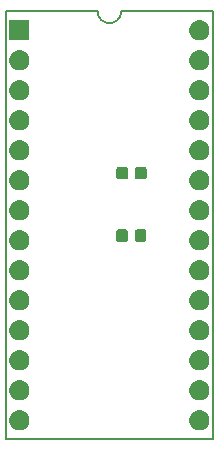
<source format=gbr>
G04 #@! TF.GenerationSoftware,KiCad,Pcbnew,5.0.2+dfsg1-1*
G04 #@! TF.CreationDate,2021-06-16T12:20:31+01:00*
G04 #@! TF.ProjectId,SE PLCC ROM,53452050-4c43-4432-9052-4f4d2e6b6963,rev?*
G04 #@! TF.SameCoordinates,Original*
G04 #@! TF.FileFunction,Soldermask,Bot*
G04 #@! TF.FilePolarity,Negative*
%FSLAX46Y46*%
G04 Gerber Fmt 4.6, Leading zero omitted, Abs format (unit mm)*
G04 Created by KiCad (PCBNEW 5.0.2+dfsg1-1) date Wed 16 Jun 2021 12:20:31 BST*
%MOMM*%
%LPD*%
G01*
G04 APERTURE LIST*
%ADD10C,0.150000*%
%ADD11C,0.100000*%
G04 APERTURE END LIST*
D10*
X132400000Y-65450000D02*
G75*
G02X130400000Y-65450000I-1000000J0D01*
G01*
X140150000Y-65450000D02*
X132450000Y-65450000D01*
X122650000Y-65450000D02*
X130350000Y-65450000D01*
X122650000Y-65450000D02*
X122650000Y-101700000D01*
X140150000Y-101700000D02*
X122650000Y-101700000D01*
X140150000Y-65450000D02*
X140150000Y-101700000D01*
D11*
G36*
X139181822Y-99256314D02*
X139181825Y-99256315D01*
X139181826Y-99256315D01*
X139342240Y-99304976D01*
X139342242Y-99304977D01*
X139342245Y-99304978D01*
X139490079Y-99383996D01*
X139619660Y-99490342D01*
X139726006Y-99619923D01*
X139805024Y-99767757D01*
X139853688Y-99928180D01*
X139870118Y-100095001D01*
X139853688Y-100261822D01*
X139805024Y-100422245D01*
X139726006Y-100570079D01*
X139619660Y-100699660D01*
X139490079Y-100806006D01*
X139342245Y-100885024D01*
X139342242Y-100885025D01*
X139342240Y-100885026D01*
X139181826Y-100933687D01*
X139181825Y-100933687D01*
X139181822Y-100933688D01*
X139056805Y-100946001D01*
X138973197Y-100946001D01*
X138848180Y-100933688D01*
X138848177Y-100933687D01*
X138848176Y-100933687D01*
X138687762Y-100885026D01*
X138687760Y-100885025D01*
X138687757Y-100885024D01*
X138539923Y-100806006D01*
X138410342Y-100699660D01*
X138303996Y-100570079D01*
X138224978Y-100422245D01*
X138176314Y-100261822D01*
X138159884Y-100095001D01*
X138176314Y-99928180D01*
X138224978Y-99767757D01*
X138303996Y-99619923D01*
X138410342Y-99490342D01*
X138539923Y-99383996D01*
X138687757Y-99304978D01*
X138687760Y-99304977D01*
X138687762Y-99304976D01*
X138848176Y-99256315D01*
X138848177Y-99256315D01*
X138848180Y-99256314D01*
X138973197Y-99244001D01*
X139056805Y-99244001D01*
X139181822Y-99256314D01*
X139181822Y-99256314D01*
G37*
G36*
X123941822Y-99256314D02*
X123941825Y-99256315D01*
X123941826Y-99256315D01*
X124102240Y-99304976D01*
X124102242Y-99304977D01*
X124102245Y-99304978D01*
X124250079Y-99383996D01*
X124379660Y-99490342D01*
X124486006Y-99619923D01*
X124565024Y-99767757D01*
X124613688Y-99928180D01*
X124630118Y-100095001D01*
X124613688Y-100261822D01*
X124565024Y-100422245D01*
X124486006Y-100570079D01*
X124379660Y-100699660D01*
X124250079Y-100806006D01*
X124102245Y-100885024D01*
X124102242Y-100885025D01*
X124102240Y-100885026D01*
X123941826Y-100933687D01*
X123941825Y-100933687D01*
X123941822Y-100933688D01*
X123816805Y-100946001D01*
X123733197Y-100946001D01*
X123608180Y-100933688D01*
X123608177Y-100933687D01*
X123608176Y-100933687D01*
X123447762Y-100885026D01*
X123447760Y-100885025D01*
X123447757Y-100885024D01*
X123299923Y-100806006D01*
X123170342Y-100699660D01*
X123063996Y-100570079D01*
X122984978Y-100422245D01*
X122936314Y-100261822D01*
X122919884Y-100095001D01*
X122936314Y-99928180D01*
X122984978Y-99767757D01*
X123063996Y-99619923D01*
X123170342Y-99490342D01*
X123299923Y-99383996D01*
X123447757Y-99304978D01*
X123447760Y-99304977D01*
X123447762Y-99304976D01*
X123608176Y-99256315D01*
X123608177Y-99256315D01*
X123608180Y-99256314D01*
X123733197Y-99244001D01*
X123816805Y-99244001D01*
X123941822Y-99256314D01*
X123941822Y-99256314D01*
G37*
G36*
X139181822Y-96716314D02*
X139181825Y-96716315D01*
X139181826Y-96716315D01*
X139342240Y-96764976D01*
X139342242Y-96764977D01*
X139342245Y-96764978D01*
X139490079Y-96843996D01*
X139619660Y-96950342D01*
X139726006Y-97079923D01*
X139805024Y-97227757D01*
X139853688Y-97388180D01*
X139870118Y-97555001D01*
X139853688Y-97721822D01*
X139805024Y-97882245D01*
X139726006Y-98030079D01*
X139619660Y-98159660D01*
X139490079Y-98266006D01*
X139342245Y-98345024D01*
X139342242Y-98345025D01*
X139342240Y-98345026D01*
X139181826Y-98393687D01*
X139181825Y-98393687D01*
X139181822Y-98393688D01*
X139056805Y-98406001D01*
X138973197Y-98406001D01*
X138848180Y-98393688D01*
X138848177Y-98393687D01*
X138848176Y-98393687D01*
X138687762Y-98345026D01*
X138687760Y-98345025D01*
X138687757Y-98345024D01*
X138539923Y-98266006D01*
X138410342Y-98159660D01*
X138303996Y-98030079D01*
X138224978Y-97882245D01*
X138176314Y-97721822D01*
X138159884Y-97555001D01*
X138176314Y-97388180D01*
X138224978Y-97227757D01*
X138303996Y-97079923D01*
X138410342Y-96950342D01*
X138539923Y-96843996D01*
X138687757Y-96764978D01*
X138687760Y-96764977D01*
X138687762Y-96764976D01*
X138848176Y-96716315D01*
X138848177Y-96716315D01*
X138848180Y-96716314D01*
X138973197Y-96704001D01*
X139056805Y-96704001D01*
X139181822Y-96716314D01*
X139181822Y-96716314D01*
G37*
G36*
X123941822Y-96716314D02*
X123941825Y-96716315D01*
X123941826Y-96716315D01*
X124102240Y-96764976D01*
X124102242Y-96764977D01*
X124102245Y-96764978D01*
X124250079Y-96843996D01*
X124379660Y-96950342D01*
X124486006Y-97079923D01*
X124565024Y-97227757D01*
X124613688Y-97388180D01*
X124630118Y-97555001D01*
X124613688Y-97721822D01*
X124565024Y-97882245D01*
X124486006Y-98030079D01*
X124379660Y-98159660D01*
X124250079Y-98266006D01*
X124102245Y-98345024D01*
X124102242Y-98345025D01*
X124102240Y-98345026D01*
X123941826Y-98393687D01*
X123941825Y-98393687D01*
X123941822Y-98393688D01*
X123816805Y-98406001D01*
X123733197Y-98406001D01*
X123608180Y-98393688D01*
X123608177Y-98393687D01*
X123608176Y-98393687D01*
X123447762Y-98345026D01*
X123447760Y-98345025D01*
X123447757Y-98345024D01*
X123299923Y-98266006D01*
X123170342Y-98159660D01*
X123063996Y-98030079D01*
X122984978Y-97882245D01*
X122936314Y-97721822D01*
X122919884Y-97555001D01*
X122936314Y-97388180D01*
X122984978Y-97227757D01*
X123063996Y-97079923D01*
X123170342Y-96950342D01*
X123299923Y-96843996D01*
X123447757Y-96764978D01*
X123447760Y-96764977D01*
X123447762Y-96764976D01*
X123608176Y-96716315D01*
X123608177Y-96716315D01*
X123608180Y-96716314D01*
X123733197Y-96704001D01*
X123816805Y-96704001D01*
X123941822Y-96716314D01*
X123941822Y-96716314D01*
G37*
G36*
X139181822Y-94176314D02*
X139181825Y-94176315D01*
X139181826Y-94176315D01*
X139342240Y-94224976D01*
X139342242Y-94224977D01*
X139342245Y-94224978D01*
X139490079Y-94303996D01*
X139619660Y-94410342D01*
X139726006Y-94539923D01*
X139805024Y-94687757D01*
X139853688Y-94848180D01*
X139870118Y-95015001D01*
X139853688Y-95181822D01*
X139805024Y-95342245D01*
X139726006Y-95490079D01*
X139619660Y-95619660D01*
X139490079Y-95726006D01*
X139342245Y-95805024D01*
X139342242Y-95805025D01*
X139342240Y-95805026D01*
X139181826Y-95853687D01*
X139181825Y-95853687D01*
X139181822Y-95853688D01*
X139056805Y-95866001D01*
X138973197Y-95866001D01*
X138848180Y-95853688D01*
X138848177Y-95853687D01*
X138848176Y-95853687D01*
X138687762Y-95805026D01*
X138687760Y-95805025D01*
X138687757Y-95805024D01*
X138539923Y-95726006D01*
X138410342Y-95619660D01*
X138303996Y-95490079D01*
X138224978Y-95342245D01*
X138176314Y-95181822D01*
X138159884Y-95015001D01*
X138176314Y-94848180D01*
X138224978Y-94687757D01*
X138303996Y-94539923D01*
X138410342Y-94410342D01*
X138539923Y-94303996D01*
X138687757Y-94224978D01*
X138687760Y-94224977D01*
X138687762Y-94224976D01*
X138848176Y-94176315D01*
X138848177Y-94176315D01*
X138848180Y-94176314D01*
X138973197Y-94164001D01*
X139056805Y-94164001D01*
X139181822Y-94176314D01*
X139181822Y-94176314D01*
G37*
G36*
X123941822Y-94176314D02*
X123941825Y-94176315D01*
X123941826Y-94176315D01*
X124102240Y-94224976D01*
X124102242Y-94224977D01*
X124102245Y-94224978D01*
X124250079Y-94303996D01*
X124379660Y-94410342D01*
X124486006Y-94539923D01*
X124565024Y-94687757D01*
X124613688Y-94848180D01*
X124630118Y-95015001D01*
X124613688Y-95181822D01*
X124565024Y-95342245D01*
X124486006Y-95490079D01*
X124379660Y-95619660D01*
X124250079Y-95726006D01*
X124102245Y-95805024D01*
X124102242Y-95805025D01*
X124102240Y-95805026D01*
X123941826Y-95853687D01*
X123941825Y-95853687D01*
X123941822Y-95853688D01*
X123816805Y-95866001D01*
X123733197Y-95866001D01*
X123608180Y-95853688D01*
X123608177Y-95853687D01*
X123608176Y-95853687D01*
X123447762Y-95805026D01*
X123447760Y-95805025D01*
X123447757Y-95805024D01*
X123299923Y-95726006D01*
X123170342Y-95619660D01*
X123063996Y-95490079D01*
X122984978Y-95342245D01*
X122936314Y-95181822D01*
X122919884Y-95015001D01*
X122936314Y-94848180D01*
X122984978Y-94687757D01*
X123063996Y-94539923D01*
X123170342Y-94410342D01*
X123299923Y-94303996D01*
X123447757Y-94224978D01*
X123447760Y-94224977D01*
X123447762Y-94224976D01*
X123608176Y-94176315D01*
X123608177Y-94176315D01*
X123608180Y-94176314D01*
X123733197Y-94164001D01*
X123816805Y-94164001D01*
X123941822Y-94176314D01*
X123941822Y-94176314D01*
G37*
G36*
X139181822Y-91636314D02*
X139181825Y-91636315D01*
X139181826Y-91636315D01*
X139342240Y-91684976D01*
X139342242Y-91684977D01*
X139342245Y-91684978D01*
X139490079Y-91763996D01*
X139619660Y-91870342D01*
X139726006Y-91999923D01*
X139805024Y-92147757D01*
X139853688Y-92308180D01*
X139870118Y-92475001D01*
X139853688Y-92641822D01*
X139805024Y-92802245D01*
X139726006Y-92950079D01*
X139619660Y-93079660D01*
X139490079Y-93186006D01*
X139342245Y-93265024D01*
X139342242Y-93265025D01*
X139342240Y-93265026D01*
X139181826Y-93313687D01*
X139181825Y-93313687D01*
X139181822Y-93313688D01*
X139056805Y-93326001D01*
X138973197Y-93326001D01*
X138848180Y-93313688D01*
X138848177Y-93313687D01*
X138848176Y-93313687D01*
X138687762Y-93265026D01*
X138687760Y-93265025D01*
X138687757Y-93265024D01*
X138539923Y-93186006D01*
X138410342Y-93079660D01*
X138303996Y-92950079D01*
X138224978Y-92802245D01*
X138176314Y-92641822D01*
X138159884Y-92475001D01*
X138176314Y-92308180D01*
X138224978Y-92147757D01*
X138303996Y-91999923D01*
X138410342Y-91870342D01*
X138539923Y-91763996D01*
X138687757Y-91684978D01*
X138687760Y-91684977D01*
X138687762Y-91684976D01*
X138848176Y-91636315D01*
X138848177Y-91636315D01*
X138848180Y-91636314D01*
X138973197Y-91624001D01*
X139056805Y-91624001D01*
X139181822Y-91636314D01*
X139181822Y-91636314D01*
G37*
G36*
X123941822Y-91636314D02*
X123941825Y-91636315D01*
X123941826Y-91636315D01*
X124102240Y-91684976D01*
X124102242Y-91684977D01*
X124102245Y-91684978D01*
X124250079Y-91763996D01*
X124379660Y-91870342D01*
X124486006Y-91999923D01*
X124565024Y-92147757D01*
X124613688Y-92308180D01*
X124630118Y-92475001D01*
X124613688Y-92641822D01*
X124565024Y-92802245D01*
X124486006Y-92950079D01*
X124379660Y-93079660D01*
X124250079Y-93186006D01*
X124102245Y-93265024D01*
X124102242Y-93265025D01*
X124102240Y-93265026D01*
X123941826Y-93313687D01*
X123941825Y-93313687D01*
X123941822Y-93313688D01*
X123816805Y-93326001D01*
X123733197Y-93326001D01*
X123608180Y-93313688D01*
X123608177Y-93313687D01*
X123608176Y-93313687D01*
X123447762Y-93265026D01*
X123447760Y-93265025D01*
X123447757Y-93265024D01*
X123299923Y-93186006D01*
X123170342Y-93079660D01*
X123063996Y-92950079D01*
X122984978Y-92802245D01*
X122936314Y-92641822D01*
X122919884Y-92475001D01*
X122936314Y-92308180D01*
X122984978Y-92147757D01*
X123063996Y-91999923D01*
X123170342Y-91870342D01*
X123299923Y-91763996D01*
X123447757Y-91684978D01*
X123447760Y-91684977D01*
X123447762Y-91684976D01*
X123608176Y-91636315D01*
X123608177Y-91636315D01*
X123608180Y-91636314D01*
X123733197Y-91624001D01*
X123816805Y-91624001D01*
X123941822Y-91636314D01*
X123941822Y-91636314D01*
G37*
G36*
X123941822Y-89096314D02*
X123941825Y-89096315D01*
X123941826Y-89096315D01*
X124102240Y-89144976D01*
X124102242Y-89144977D01*
X124102245Y-89144978D01*
X124250079Y-89223996D01*
X124379660Y-89330342D01*
X124486006Y-89459923D01*
X124565024Y-89607757D01*
X124613688Y-89768180D01*
X124630118Y-89935001D01*
X124613688Y-90101822D01*
X124565024Y-90262245D01*
X124486006Y-90410079D01*
X124379660Y-90539660D01*
X124250079Y-90646006D01*
X124102245Y-90725024D01*
X124102242Y-90725025D01*
X124102240Y-90725026D01*
X123941826Y-90773687D01*
X123941825Y-90773687D01*
X123941822Y-90773688D01*
X123816805Y-90786001D01*
X123733197Y-90786001D01*
X123608180Y-90773688D01*
X123608177Y-90773687D01*
X123608176Y-90773687D01*
X123447762Y-90725026D01*
X123447760Y-90725025D01*
X123447757Y-90725024D01*
X123299923Y-90646006D01*
X123170342Y-90539660D01*
X123063996Y-90410079D01*
X122984978Y-90262245D01*
X122936314Y-90101822D01*
X122919884Y-89935001D01*
X122936314Y-89768180D01*
X122984978Y-89607757D01*
X123063996Y-89459923D01*
X123170342Y-89330342D01*
X123299923Y-89223996D01*
X123447757Y-89144978D01*
X123447760Y-89144977D01*
X123447762Y-89144976D01*
X123608176Y-89096315D01*
X123608177Y-89096315D01*
X123608180Y-89096314D01*
X123733197Y-89084001D01*
X123816805Y-89084001D01*
X123941822Y-89096314D01*
X123941822Y-89096314D01*
G37*
G36*
X139181822Y-89096314D02*
X139181825Y-89096315D01*
X139181826Y-89096315D01*
X139342240Y-89144976D01*
X139342242Y-89144977D01*
X139342245Y-89144978D01*
X139490079Y-89223996D01*
X139619660Y-89330342D01*
X139726006Y-89459923D01*
X139805024Y-89607757D01*
X139853688Y-89768180D01*
X139870118Y-89935001D01*
X139853688Y-90101822D01*
X139805024Y-90262245D01*
X139726006Y-90410079D01*
X139619660Y-90539660D01*
X139490079Y-90646006D01*
X139342245Y-90725024D01*
X139342242Y-90725025D01*
X139342240Y-90725026D01*
X139181826Y-90773687D01*
X139181825Y-90773687D01*
X139181822Y-90773688D01*
X139056805Y-90786001D01*
X138973197Y-90786001D01*
X138848180Y-90773688D01*
X138848177Y-90773687D01*
X138848176Y-90773687D01*
X138687762Y-90725026D01*
X138687760Y-90725025D01*
X138687757Y-90725024D01*
X138539923Y-90646006D01*
X138410342Y-90539660D01*
X138303996Y-90410079D01*
X138224978Y-90262245D01*
X138176314Y-90101822D01*
X138159884Y-89935001D01*
X138176314Y-89768180D01*
X138224978Y-89607757D01*
X138303996Y-89459923D01*
X138410342Y-89330342D01*
X138539923Y-89223996D01*
X138687757Y-89144978D01*
X138687760Y-89144977D01*
X138687762Y-89144976D01*
X138848176Y-89096315D01*
X138848177Y-89096315D01*
X138848180Y-89096314D01*
X138973197Y-89084001D01*
X139056805Y-89084001D01*
X139181822Y-89096314D01*
X139181822Y-89096314D01*
G37*
G36*
X139181822Y-86556314D02*
X139181825Y-86556315D01*
X139181826Y-86556315D01*
X139342240Y-86604976D01*
X139342242Y-86604977D01*
X139342245Y-86604978D01*
X139490079Y-86683996D01*
X139619660Y-86790342D01*
X139726006Y-86919923D01*
X139805024Y-87067757D01*
X139853688Y-87228180D01*
X139870118Y-87395001D01*
X139853688Y-87561822D01*
X139805024Y-87722245D01*
X139726006Y-87870079D01*
X139619660Y-87999660D01*
X139490079Y-88106006D01*
X139342245Y-88185024D01*
X139342242Y-88185025D01*
X139342240Y-88185026D01*
X139181826Y-88233687D01*
X139181825Y-88233687D01*
X139181822Y-88233688D01*
X139056805Y-88246001D01*
X138973197Y-88246001D01*
X138848180Y-88233688D01*
X138848177Y-88233687D01*
X138848176Y-88233687D01*
X138687762Y-88185026D01*
X138687760Y-88185025D01*
X138687757Y-88185024D01*
X138539923Y-88106006D01*
X138410342Y-87999660D01*
X138303996Y-87870079D01*
X138224978Y-87722245D01*
X138176314Y-87561822D01*
X138159884Y-87395001D01*
X138176314Y-87228180D01*
X138224978Y-87067757D01*
X138303996Y-86919923D01*
X138410342Y-86790342D01*
X138539923Y-86683996D01*
X138687757Y-86604978D01*
X138687760Y-86604977D01*
X138687762Y-86604976D01*
X138848176Y-86556315D01*
X138848177Y-86556315D01*
X138848180Y-86556314D01*
X138973197Y-86544001D01*
X139056805Y-86544001D01*
X139181822Y-86556314D01*
X139181822Y-86556314D01*
G37*
G36*
X123941822Y-86556314D02*
X123941825Y-86556315D01*
X123941826Y-86556315D01*
X124102240Y-86604976D01*
X124102242Y-86604977D01*
X124102245Y-86604978D01*
X124250079Y-86683996D01*
X124379660Y-86790342D01*
X124486006Y-86919923D01*
X124565024Y-87067757D01*
X124613688Y-87228180D01*
X124630118Y-87395001D01*
X124613688Y-87561822D01*
X124565024Y-87722245D01*
X124486006Y-87870079D01*
X124379660Y-87999660D01*
X124250079Y-88106006D01*
X124102245Y-88185024D01*
X124102242Y-88185025D01*
X124102240Y-88185026D01*
X123941826Y-88233687D01*
X123941825Y-88233687D01*
X123941822Y-88233688D01*
X123816805Y-88246001D01*
X123733197Y-88246001D01*
X123608180Y-88233688D01*
X123608177Y-88233687D01*
X123608176Y-88233687D01*
X123447762Y-88185026D01*
X123447760Y-88185025D01*
X123447757Y-88185024D01*
X123299923Y-88106006D01*
X123170342Y-87999660D01*
X123063996Y-87870079D01*
X122984978Y-87722245D01*
X122936314Y-87561822D01*
X122919884Y-87395001D01*
X122936314Y-87228180D01*
X122984978Y-87067757D01*
X123063996Y-86919923D01*
X123170342Y-86790342D01*
X123299923Y-86683996D01*
X123447757Y-86604978D01*
X123447760Y-86604977D01*
X123447762Y-86604976D01*
X123608176Y-86556315D01*
X123608177Y-86556315D01*
X123608180Y-86556314D01*
X123733197Y-86544001D01*
X123816805Y-86544001D01*
X123941822Y-86556314D01*
X123941822Y-86556314D01*
G37*
G36*
X139181822Y-84016314D02*
X139181825Y-84016315D01*
X139181826Y-84016315D01*
X139342240Y-84064976D01*
X139342242Y-84064977D01*
X139342245Y-84064978D01*
X139490079Y-84143996D01*
X139619660Y-84250342D01*
X139726006Y-84379923D01*
X139805024Y-84527757D01*
X139853688Y-84688180D01*
X139870118Y-84855001D01*
X139853688Y-85021822D01*
X139805024Y-85182245D01*
X139726006Y-85330079D01*
X139619660Y-85459660D01*
X139490079Y-85566006D01*
X139342245Y-85645024D01*
X139342242Y-85645025D01*
X139342240Y-85645026D01*
X139181826Y-85693687D01*
X139181825Y-85693687D01*
X139181822Y-85693688D01*
X139056805Y-85706001D01*
X138973197Y-85706001D01*
X138848180Y-85693688D01*
X138848177Y-85693687D01*
X138848176Y-85693687D01*
X138687762Y-85645026D01*
X138687760Y-85645025D01*
X138687757Y-85645024D01*
X138539923Y-85566006D01*
X138410342Y-85459660D01*
X138303996Y-85330079D01*
X138224978Y-85182245D01*
X138176314Y-85021822D01*
X138159884Y-84855001D01*
X138176314Y-84688180D01*
X138224978Y-84527757D01*
X138303996Y-84379923D01*
X138410342Y-84250342D01*
X138539923Y-84143996D01*
X138687757Y-84064978D01*
X138687760Y-84064977D01*
X138687762Y-84064976D01*
X138848176Y-84016315D01*
X138848177Y-84016315D01*
X138848180Y-84016314D01*
X138973197Y-84004001D01*
X139056805Y-84004001D01*
X139181822Y-84016314D01*
X139181822Y-84016314D01*
G37*
G36*
X123941822Y-84016314D02*
X123941825Y-84016315D01*
X123941826Y-84016315D01*
X124102240Y-84064976D01*
X124102242Y-84064977D01*
X124102245Y-84064978D01*
X124250079Y-84143996D01*
X124379660Y-84250342D01*
X124486006Y-84379923D01*
X124565024Y-84527757D01*
X124613688Y-84688180D01*
X124630118Y-84855001D01*
X124613688Y-85021822D01*
X124565024Y-85182245D01*
X124486006Y-85330079D01*
X124379660Y-85459660D01*
X124250079Y-85566006D01*
X124102245Y-85645024D01*
X124102242Y-85645025D01*
X124102240Y-85645026D01*
X123941826Y-85693687D01*
X123941825Y-85693687D01*
X123941822Y-85693688D01*
X123816805Y-85706001D01*
X123733197Y-85706001D01*
X123608180Y-85693688D01*
X123608177Y-85693687D01*
X123608176Y-85693687D01*
X123447762Y-85645026D01*
X123447760Y-85645025D01*
X123447757Y-85645024D01*
X123299923Y-85566006D01*
X123170342Y-85459660D01*
X123063996Y-85330079D01*
X122984978Y-85182245D01*
X122936314Y-85021822D01*
X122919884Y-84855001D01*
X122936314Y-84688180D01*
X122984978Y-84527757D01*
X123063996Y-84379923D01*
X123170342Y-84250342D01*
X123299923Y-84143996D01*
X123447757Y-84064978D01*
X123447760Y-84064977D01*
X123447762Y-84064976D01*
X123608176Y-84016315D01*
X123608177Y-84016315D01*
X123608180Y-84016314D01*
X123733197Y-84004001D01*
X123816805Y-84004001D01*
X123941822Y-84016314D01*
X123941822Y-84016314D01*
G37*
G36*
X134379591Y-83928085D02*
X134413569Y-83938393D01*
X134444887Y-83955133D01*
X134472339Y-83977661D01*
X134494867Y-84005113D01*
X134511607Y-84036431D01*
X134521915Y-84070409D01*
X134526000Y-84111890D01*
X134526000Y-84788110D01*
X134521915Y-84829591D01*
X134511607Y-84863569D01*
X134494867Y-84894887D01*
X134472339Y-84922339D01*
X134444887Y-84944867D01*
X134413569Y-84961607D01*
X134379591Y-84971915D01*
X134338110Y-84976000D01*
X133736890Y-84976000D01*
X133695409Y-84971915D01*
X133661431Y-84961607D01*
X133630113Y-84944867D01*
X133602661Y-84922339D01*
X133580133Y-84894887D01*
X133563393Y-84863569D01*
X133553085Y-84829591D01*
X133549000Y-84788110D01*
X133549000Y-84111890D01*
X133553085Y-84070409D01*
X133563393Y-84036431D01*
X133580133Y-84005113D01*
X133602661Y-83977661D01*
X133630113Y-83955133D01*
X133661431Y-83938393D01*
X133695409Y-83928085D01*
X133736890Y-83924000D01*
X134338110Y-83924000D01*
X134379591Y-83928085D01*
X134379591Y-83928085D01*
G37*
G36*
X132804591Y-83928085D02*
X132838569Y-83938393D01*
X132869887Y-83955133D01*
X132897339Y-83977661D01*
X132919867Y-84005113D01*
X132936607Y-84036431D01*
X132946915Y-84070409D01*
X132951000Y-84111890D01*
X132951000Y-84788110D01*
X132946915Y-84829591D01*
X132936607Y-84863569D01*
X132919867Y-84894887D01*
X132897339Y-84922339D01*
X132869887Y-84944867D01*
X132838569Y-84961607D01*
X132804591Y-84971915D01*
X132763110Y-84976000D01*
X132161890Y-84976000D01*
X132120409Y-84971915D01*
X132086431Y-84961607D01*
X132055113Y-84944867D01*
X132027661Y-84922339D01*
X132005133Y-84894887D01*
X131988393Y-84863569D01*
X131978085Y-84829591D01*
X131974000Y-84788110D01*
X131974000Y-84111890D01*
X131978085Y-84070409D01*
X131988393Y-84036431D01*
X132005133Y-84005113D01*
X132027661Y-83977661D01*
X132055113Y-83955133D01*
X132086431Y-83938393D01*
X132120409Y-83928085D01*
X132161890Y-83924000D01*
X132763110Y-83924000D01*
X132804591Y-83928085D01*
X132804591Y-83928085D01*
G37*
G36*
X139181822Y-81476314D02*
X139181825Y-81476315D01*
X139181826Y-81476315D01*
X139342240Y-81524976D01*
X139342242Y-81524977D01*
X139342245Y-81524978D01*
X139490079Y-81603996D01*
X139619660Y-81710342D01*
X139726006Y-81839923D01*
X139805024Y-81987757D01*
X139853688Y-82148180D01*
X139870118Y-82315001D01*
X139853688Y-82481822D01*
X139805024Y-82642245D01*
X139726006Y-82790079D01*
X139619660Y-82919660D01*
X139490079Y-83026006D01*
X139342245Y-83105024D01*
X139342242Y-83105025D01*
X139342240Y-83105026D01*
X139181826Y-83153687D01*
X139181825Y-83153687D01*
X139181822Y-83153688D01*
X139056805Y-83166001D01*
X138973197Y-83166001D01*
X138848180Y-83153688D01*
X138848177Y-83153687D01*
X138848176Y-83153687D01*
X138687762Y-83105026D01*
X138687760Y-83105025D01*
X138687757Y-83105024D01*
X138539923Y-83026006D01*
X138410342Y-82919660D01*
X138303996Y-82790079D01*
X138224978Y-82642245D01*
X138176314Y-82481822D01*
X138159884Y-82315001D01*
X138176314Y-82148180D01*
X138224978Y-81987757D01*
X138303996Y-81839923D01*
X138410342Y-81710342D01*
X138539923Y-81603996D01*
X138687757Y-81524978D01*
X138687760Y-81524977D01*
X138687762Y-81524976D01*
X138848176Y-81476315D01*
X138848177Y-81476315D01*
X138848180Y-81476314D01*
X138973197Y-81464001D01*
X139056805Y-81464001D01*
X139181822Y-81476314D01*
X139181822Y-81476314D01*
G37*
G36*
X123941822Y-81476314D02*
X123941825Y-81476315D01*
X123941826Y-81476315D01*
X124102240Y-81524976D01*
X124102242Y-81524977D01*
X124102245Y-81524978D01*
X124250079Y-81603996D01*
X124379660Y-81710342D01*
X124486006Y-81839923D01*
X124565024Y-81987757D01*
X124613688Y-82148180D01*
X124630118Y-82315001D01*
X124613688Y-82481822D01*
X124565024Y-82642245D01*
X124486006Y-82790079D01*
X124379660Y-82919660D01*
X124250079Y-83026006D01*
X124102245Y-83105024D01*
X124102242Y-83105025D01*
X124102240Y-83105026D01*
X123941826Y-83153687D01*
X123941825Y-83153687D01*
X123941822Y-83153688D01*
X123816805Y-83166001D01*
X123733197Y-83166001D01*
X123608180Y-83153688D01*
X123608177Y-83153687D01*
X123608176Y-83153687D01*
X123447762Y-83105026D01*
X123447760Y-83105025D01*
X123447757Y-83105024D01*
X123299923Y-83026006D01*
X123170342Y-82919660D01*
X123063996Y-82790079D01*
X122984978Y-82642245D01*
X122936314Y-82481822D01*
X122919884Y-82315001D01*
X122936314Y-82148180D01*
X122984978Y-81987757D01*
X123063996Y-81839923D01*
X123170342Y-81710342D01*
X123299923Y-81603996D01*
X123447757Y-81524978D01*
X123447760Y-81524977D01*
X123447762Y-81524976D01*
X123608176Y-81476315D01*
X123608177Y-81476315D01*
X123608180Y-81476314D01*
X123733197Y-81464001D01*
X123816805Y-81464001D01*
X123941822Y-81476314D01*
X123941822Y-81476314D01*
G37*
G36*
X123941822Y-78936314D02*
X123941825Y-78936315D01*
X123941826Y-78936315D01*
X124102240Y-78984976D01*
X124102242Y-78984977D01*
X124102245Y-78984978D01*
X124250079Y-79063996D01*
X124379660Y-79170342D01*
X124486006Y-79299923D01*
X124565024Y-79447757D01*
X124565025Y-79447760D01*
X124565026Y-79447762D01*
X124601332Y-79567448D01*
X124613688Y-79608180D01*
X124630118Y-79775001D01*
X124613688Y-79941822D01*
X124565024Y-80102245D01*
X124486006Y-80250079D01*
X124379660Y-80379660D01*
X124250079Y-80486006D01*
X124102245Y-80565024D01*
X124102242Y-80565025D01*
X124102240Y-80565026D01*
X123941826Y-80613687D01*
X123941825Y-80613687D01*
X123941822Y-80613688D01*
X123816805Y-80626001D01*
X123733197Y-80626001D01*
X123608180Y-80613688D01*
X123608177Y-80613687D01*
X123608176Y-80613687D01*
X123447762Y-80565026D01*
X123447760Y-80565025D01*
X123447757Y-80565024D01*
X123299923Y-80486006D01*
X123170342Y-80379660D01*
X123063996Y-80250079D01*
X122984978Y-80102245D01*
X122936314Y-79941822D01*
X122919884Y-79775001D01*
X122936314Y-79608180D01*
X122948670Y-79567448D01*
X122984976Y-79447762D01*
X122984977Y-79447760D01*
X122984978Y-79447757D01*
X123063996Y-79299923D01*
X123170342Y-79170342D01*
X123299923Y-79063996D01*
X123447757Y-78984978D01*
X123447760Y-78984977D01*
X123447762Y-78984976D01*
X123608176Y-78936315D01*
X123608177Y-78936315D01*
X123608180Y-78936314D01*
X123733197Y-78924001D01*
X123816805Y-78924001D01*
X123941822Y-78936314D01*
X123941822Y-78936314D01*
G37*
G36*
X139181822Y-78936314D02*
X139181825Y-78936315D01*
X139181826Y-78936315D01*
X139342240Y-78984976D01*
X139342242Y-78984977D01*
X139342245Y-78984978D01*
X139490079Y-79063996D01*
X139619660Y-79170342D01*
X139726006Y-79299923D01*
X139805024Y-79447757D01*
X139805025Y-79447760D01*
X139805026Y-79447762D01*
X139841332Y-79567448D01*
X139853688Y-79608180D01*
X139870118Y-79775001D01*
X139853688Y-79941822D01*
X139805024Y-80102245D01*
X139726006Y-80250079D01*
X139619660Y-80379660D01*
X139490079Y-80486006D01*
X139342245Y-80565024D01*
X139342242Y-80565025D01*
X139342240Y-80565026D01*
X139181826Y-80613687D01*
X139181825Y-80613687D01*
X139181822Y-80613688D01*
X139056805Y-80626001D01*
X138973197Y-80626001D01*
X138848180Y-80613688D01*
X138848177Y-80613687D01*
X138848176Y-80613687D01*
X138687762Y-80565026D01*
X138687760Y-80565025D01*
X138687757Y-80565024D01*
X138539923Y-80486006D01*
X138410342Y-80379660D01*
X138303996Y-80250079D01*
X138224978Y-80102245D01*
X138176314Y-79941822D01*
X138159884Y-79775001D01*
X138176314Y-79608180D01*
X138188670Y-79567448D01*
X138224976Y-79447762D01*
X138224977Y-79447760D01*
X138224978Y-79447757D01*
X138303996Y-79299923D01*
X138410342Y-79170342D01*
X138539923Y-79063996D01*
X138687757Y-78984978D01*
X138687760Y-78984977D01*
X138687762Y-78984976D01*
X138848176Y-78936315D01*
X138848177Y-78936315D01*
X138848180Y-78936314D01*
X138973197Y-78924001D01*
X139056805Y-78924001D01*
X139181822Y-78936314D01*
X139181822Y-78936314D01*
G37*
G36*
X132817091Y-78628085D02*
X132851069Y-78638393D01*
X132882387Y-78655133D01*
X132909839Y-78677661D01*
X132932367Y-78705113D01*
X132949107Y-78736431D01*
X132959415Y-78770409D01*
X132963500Y-78811890D01*
X132963500Y-79488110D01*
X132959415Y-79529591D01*
X132949107Y-79563569D01*
X132932367Y-79594887D01*
X132909839Y-79622339D01*
X132882387Y-79644867D01*
X132851069Y-79661607D01*
X132817091Y-79671915D01*
X132775610Y-79676000D01*
X132174390Y-79676000D01*
X132132909Y-79671915D01*
X132098931Y-79661607D01*
X132067613Y-79644867D01*
X132040161Y-79622339D01*
X132017633Y-79594887D01*
X132000893Y-79563569D01*
X131990585Y-79529591D01*
X131986500Y-79488110D01*
X131986500Y-78811890D01*
X131990585Y-78770409D01*
X132000893Y-78736431D01*
X132017633Y-78705113D01*
X132040161Y-78677661D01*
X132067613Y-78655133D01*
X132098931Y-78638393D01*
X132132909Y-78628085D01*
X132174390Y-78624000D01*
X132775610Y-78624000D01*
X132817091Y-78628085D01*
X132817091Y-78628085D01*
G37*
G36*
X134392091Y-78628085D02*
X134426069Y-78638393D01*
X134457387Y-78655133D01*
X134484839Y-78677661D01*
X134507367Y-78705113D01*
X134524107Y-78736431D01*
X134534415Y-78770409D01*
X134538500Y-78811890D01*
X134538500Y-79488110D01*
X134534415Y-79529591D01*
X134524107Y-79563569D01*
X134507367Y-79594887D01*
X134484839Y-79622339D01*
X134457387Y-79644867D01*
X134426069Y-79661607D01*
X134392091Y-79671915D01*
X134350610Y-79676000D01*
X133749390Y-79676000D01*
X133707909Y-79671915D01*
X133673931Y-79661607D01*
X133642613Y-79644867D01*
X133615161Y-79622339D01*
X133592633Y-79594887D01*
X133575893Y-79563569D01*
X133565585Y-79529591D01*
X133561500Y-79488110D01*
X133561500Y-78811890D01*
X133565585Y-78770409D01*
X133575893Y-78736431D01*
X133592633Y-78705113D01*
X133615161Y-78677661D01*
X133642613Y-78655133D01*
X133673931Y-78638393D01*
X133707909Y-78628085D01*
X133749390Y-78624000D01*
X134350610Y-78624000D01*
X134392091Y-78628085D01*
X134392091Y-78628085D01*
G37*
G36*
X139181822Y-76396314D02*
X139181825Y-76396315D01*
X139181826Y-76396315D01*
X139342240Y-76444976D01*
X139342242Y-76444977D01*
X139342245Y-76444978D01*
X139490079Y-76523996D01*
X139619660Y-76630342D01*
X139726006Y-76759923D01*
X139805024Y-76907757D01*
X139853688Y-77068180D01*
X139870118Y-77235001D01*
X139853688Y-77401822D01*
X139805024Y-77562245D01*
X139726006Y-77710079D01*
X139619660Y-77839660D01*
X139490079Y-77946006D01*
X139342245Y-78025024D01*
X139342242Y-78025025D01*
X139342240Y-78025026D01*
X139181826Y-78073687D01*
X139181825Y-78073687D01*
X139181822Y-78073688D01*
X139056805Y-78086001D01*
X138973197Y-78086001D01*
X138848180Y-78073688D01*
X138848177Y-78073687D01*
X138848176Y-78073687D01*
X138687762Y-78025026D01*
X138687760Y-78025025D01*
X138687757Y-78025024D01*
X138539923Y-77946006D01*
X138410342Y-77839660D01*
X138303996Y-77710079D01*
X138224978Y-77562245D01*
X138176314Y-77401822D01*
X138159884Y-77235001D01*
X138176314Y-77068180D01*
X138224978Y-76907757D01*
X138303996Y-76759923D01*
X138410342Y-76630342D01*
X138539923Y-76523996D01*
X138687757Y-76444978D01*
X138687760Y-76444977D01*
X138687762Y-76444976D01*
X138848176Y-76396315D01*
X138848177Y-76396315D01*
X138848180Y-76396314D01*
X138973197Y-76384001D01*
X139056805Y-76384001D01*
X139181822Y-76396314D01*
X139181822Y-76396314D01*
G37*
G36*
X123941822Y-76396314D02*
X123941825Y-76396315D01*
X123941826Y-76396315D01*
X124102240Y-76444976D01*
X124102242Y-76444977D01*
X124102245Y-76444978D01*
X124250079Y-76523996D01*
X124379660Y-76630342D01*
X124486006Y-76759923D01*
X124565024Y-76907757D01*
X124613688Y-77068180D01*
X124630118Y-77235001D01*
X124613688Y-77401822D01*
X124565024Y-77562245D01*
X124486006Y-77710079D01*
X124379660Y-77839660D01*
X124250079Y-77946006D01*
X124102245Y-78025024D01*
X124102242Y-78025025D01*
X124102240Y-78025026D01*
X123941826Y-78073687D01*
X123941825Y-78073687D01*
X123941822Y-78073688D01*
X123816805Y-78086001D01*
X123733197Y-78086001D01*
X123608180Y-78073688D01*
X123608177Y-78073687D01*
X123608176Y-78073687D01*
X123447762Y-78025026D01*
X123447760Y-78025025D01*
X123447757Y-78025024D01*
X123299923Y-77946006D01*
X123170342Y-77839660D01*
X123063996Y-77710079D01*
X122984978Y-77562245D01*
X122936314Y-77401822D01*
X122919884Y-77235001D01*
X122936314Y-77068180D01*
X122984978Y-76907757D01*
X123063996Y-76759923D01*
X123170342Y-76630342D01*
X123299923Y-76523996D01*
X123447757Y-76444978D01*
X123447760Y-76444977D01*
X123447762Y-76444976D01*
X123608176Y-76396315D01*
X123608177Y-76396315D01*
X123608180Y-76396314D01*
X123733197Y-76384001D01*
X123816805Y-76384001D01*
X123941822Y-76396314D01*
X123941822Y-76396314D01*
G37*
G36*
X139181822Y-73856314D02*
X139181825Y-73856315D01*
X139181826Y-73856315D01*
X139342240Y-73904976D01*
X139342242Y-73904977D01*
X139342245Y-73904978D01*
X139490079Y-73983996D01*
X139619660Y-74090342D01*
X139726006Y-74219923D01*
X139805024Y-74367757D01*
X139853688Y-74528180D01*
X139870118Y-74695001D01*
X139853688Y-74861822D01*
X139805024Y-75022245D01*
X139726006Y-75170079D01*
X139619660Y-75299660D01*
X139490079Y-75406006D01*
X139342245Y-75485024D01*
X139342242Y-75485025D01*
X139342240Y-75485026D01*
X139181826Y-75533687D01*
X139181825Y-75533687D01*
X139181822Y-75533688D01*
X139056805Y-75546001D01*
X138973197Y-75546001D01*
X138848180Y-75533688D01*
X138848177Y-75533687D01*
X138848176Y-75533687D01*
X138687762Y-75485026D01*
X138687760Y-75485025D01*
X138687757Y-75485024D01*
X138539923Y-75406006D01*
X138410342Y-75299660D01*
X138303996Y-75170079D01*
X138224978Y-75022245D01*
X138176314Y-74861822D01*
X138159884Y-74695001D01*
X138176314Y-74528180D01*
X138224978Y-74367757D01*
X138303996Y-74219923D01*
X138410342Y-74090342D01*
X138539923Y-73983996D01*
X138687757Y-73904978D01*
X138687760Y-73904977D01*
X138687762Y-73904976D01*
X138848176Y-73856315D01*
X138848177Y-73856315D01*
X138848180Y-73856314D01*
X138973197Y-73844001D01*
X139056805Y-73844001D01*
X139181822Y-73856314D01*
X139181822Y-73856314D01*
G37*
G36*
X123941822Y-73856314D02*
X123941825Y-73856315D01*
X123941826Y-73856315D01*
X124102240Y-73904976D01*
X124102242Y-73904977D01*
X124102245Y-73904978D01*
X124250079Y-73983996D01*
X124379660Y-74090342D01*
X124486006Y-74219923D01*
X124565024Y-74367757D01*
X124613688Y-74528180D01*
X124630118Y-74695001D01*
X124613688Y-74861822D01*
X124565024Y-75022245D01*
X124486006Y-75170079D01*
X124379660Y-75299660D01*
X124250079Y-75406006D01*
X124102245Y-75485024D01*
X124102242Y-75485025D01*
X124102240Y-75485026D01*
X123941826Y-75533687D01*
X123941825Y-75533687D01*
X123941822Y-75533688D01*
X123816805Y-75546001D01*
X123733197Y-75546001D01*
X123608180Y-75533688D01*
X123608177Y-75533687D01*
X123608176Y-75533687D01*
X123447762Y-75485026D01*
X123447760Y-75485025D01*
X123447757Y-75485024D01*
X123299923Y-75406006D01*
X123170342Y-75299660D01*
X123063996Y-75170079D01*
X122984978Y-75022245D01*
X122936314Y-74861822D01*
X122919884Y-74695001D01*
X122936314Y-74528180D01*
X122984978Y-74367757D01*
X123063996Y-74219923D01*
X123170342Y-74090342D01*
X123299923Y-73983996D01*
X123447757Y-73904978D01*
X123447760Y-73904977D01*
X123447762Y-73904976D01*
X123608176Y-73856315D01*
X123608177Y-73856315D01*
X123608180Y-73856314D01*
X123733197Y-73844001D01*
X123816805Y-73844001D01*
X123941822Y-73856314D01*
X123941822Y-73856314D01*
G37*
G36*
X123941822Y-71316314D02*
X123941825Y-71316315D01*
X123941826Y-71316315D01*
X124102240Y-71364976D01*
X124102242Y-71364977D01*
X124102245Y-71364978D01*
X124250079Y-71443996D01*
X124379660Y-71550342D01*
X124486006Y-71679923D01*
X124565024Y-71827757D01*
X124613688Y-71988180D01*
X124630118Y-72155001D01*
X124613688Y-72321822D01*
X124565024Y-72482245D01*
X124486006Y-72630079D01*
X124379660Y-72759660D01*
X124250079Y-72866006D01*
X124102245Y-72945024D01*
X124102242Y-72945025D01*
X124102240Y-72945026D01*
X123941826Y-72993687D01*
X123941825Y-72993687D01*
X123941822Y-72993688D01*
X123816805Y-73006001D01*
X123733197Y-73006001D01*
X123608180Y-72993688D01*
X123608177Y-72993687D01*
X123608176Y-72993687D01*
X123447762Y-72945026D01*
X123447760Y-72945025D01*
X123447757Y-72945024D01*
X123299923Y-72866006D01*
X123170342Y-72759660D01*
X123063996Y-72630079D01*
X122984978Y-72482245D01*
X122936314Y-72321822D01*
X122919884Y-72155001D01*
X122936314Y-71988180D01*
X122984978Y-71827757D01*
X123063996Y-71679923D01*
X123170342Y-71550342D01*
X123299923Y-71443996D01*
X123447757Y-71364978D01*
X123447760Y-71364977D01*
X123447762Y-71364976D01*
X123608176Y-71316315D01*
X123608177Y-71316315D01*
X123608180Y-71316314D01*
X123733197Y-71304001D01*
X123816805Y-71304001D01*
X123941822Y-71316314D01*
X123941822Y-71316314D01*
G37*
G36*
X139181822Y-71316314D02*
X139181825Y-71316315D01*
X139181826Y-71316315D01*
X139342240Y-71364976D01*
X139342242Y-71364977D01*
X139342245Y-71364978D01*
X139490079Y-71443996D01*
X139619660Y-71550342D01*
X139726006Y-71679923D01*
X139805024Y-71827757D01*
X139853688Y-71988180D01*
X139870118Y-72155001D01*
X139853688Y-72321822D01*
X139805024Y-72482245D01*
X139726006Y-72630079D01*
X139619660Y-72759660D01*
X139490079Y-72866006D01*
X139342245Y-72945024D01*
X139342242Y-72945025D01*
X139342240Y-72945026D01*
X139181826Y-72993687D01*
X139181825Y-72993687D01*
X139181822Y-72993688D01*
X139056805Y-73006001D01*
X138973197Y-73006001D01*
X138848180Y-72993688D01*
X138848177Y-72993687D01*
X138848176Y-72993687D01*
X138687762Y-72945026D01*
X138687760Y-72945025D01*
X138687757Y-72945024D01*
X138539923Y-72866006D01*
X138410342Y-72759660D01*
X138303996Y-72630079D01*
X138224978Y-72482245D01*
X138176314Y-72321822D01*
X138159884Y-72155001D01*
X138176314Y-71988180D01*
X138224978Y-71827757D01*
X138303996Y-71679923D01*
X138410342Y-71550342D01*
X138539923Y-71443996D01*
X138687757Y-71364978D01*
X138687760Y-71364977D01*
X138687762Y-71364976D01*
X138848176Y-71316315D01*
X138848177Y-71316315D01*
X138848180Y-71316314D01*
X138973197Y-71304001D01*
X139056805Y-71304001D01*
X139181822Y-71316314D01*
X139181822Y-71316314D01*
G37*
G36*
X139181822Y-68776314D02*
X139181825Y-68776315D01*
X139181826Y-68776315D01*
X139342240Y-68824976D01*
X139342242Y-68824977D01*
X139342245Y-68824978D01*
X139490079Y-68903996D01*
X139619660Y-69010342D01*
X139726006Y-69139923D01*
X139805024Y-69287757D01*
X139853688Y-69448180D01*
X139870118Y-69615001D01*
X139853688Y-69781822D01*
X139805024Y-69942245D01*
X139726006Y-70090079D01*
X139619660Y-70219660D01*
X139490079Y-70326006D01*
X139342245Y-70405024D01*
X139342242Y-70405025D01*
X139342240Y-70405026D01*
X139181826Y-70453687D01*
X139181825Y-70453687D01*
X139181822Y-70453688D01*
X139056805Y-70466001D01*
X138973197Y-70466001D01*
X138848180Y-70453688D01*
X138848177Y-70453687D01*
X138848176Y-70453687D01*
X138687762Y-70405026D01*
X138687760Y-70405025D01*
X138687757Y-70405024D01*
X138539923Y-70326006D01*
X138410342Y-70219660D01*
X138303996Y-70090079D01*
X138224978Y-69942245D01*
X138176314Y-69781822D01*
X138159884Y-69615001D01*
X138176314Y-69448180D01*
X138224978Y-69287757D01*
X138303996Y-69139923D01*
X138410342Y-69010342D01*
X138539923Y-68903996D01*
X138687757Y-68824978D01*
X138687760Y-68824977D01*
X138687762Y-68824976D01*
X138848176Y-68776315D01*
X138848177Y-68776315D01*
X138848180Y-68776314D01*
X138973197Y-68764001D01*
X139056805Y-68764001D01*
X139181822Y-68776314D01*
X139181822Y-68776314D01*
G37*
G36*
X123941822Y-68776314D02*
X123941825Y-68776315D01*
X123941826Y-68776315D01*
X124102240Y-68824976D01*
X124102242Y-68824977D01*
X124102245Y-68824978D01*
X124250079Y-68903996D01*
X124379660Y-69010342D01*
X124486006Y-69139923D01*
X124565024Y-69287757D01*
X124613688Y-69448180D01*
X124630118Y-69615001D01*
X124613688Y-69781822D01*
X124565024Y-69942245D01*
X124486006Y-70090079D01*
X124379660Y-70219660D01*
X124250079Y-70326006D01*
X124102245Y-70405024D01*
X124102242Y-70405025D01*
X124102240Y-70405026D01*
X123941826Y-70453687D01*
X123941825Y-70453687D01*
X123941822Y-70453688D01*
X123816805Y-70466001D01*
X123733197Y-70466001D01*
X123608180Y-70453688D01*
X123608177Y-70453687D01*
X123608176Y-70453687D01*
X123447762Y-70405026D01*
X123447760Y-70405025D01*
X123447757Y-70405024D01*
X123299923Y-70326006D01*
X123170342Y-70219660D01*
X123063996Y-70090079D01*
X122984978Y-69942245D01*
X122936314Y-69781822D01*
X122919884Y-69615001D01*
X122936314Y-69448180D01*
X122984978Y-69287757D01*
X123063996Y-69139923D01*
X123170342Y-69010342D01*
X123299923Y-68903996D01*
X123447757Y-68824978D01*
X123447760Y-68824977D01*
X123447762Y-68824976D01*
X123608176Y-68776315D01*
X123608177Y-68776315D01*
X123608180Y-68776314D01*
X123733197Y-68764001D01*
X123816805Y-68764001D01*
X123941822Y-68776314D01*
X123941822Y-68776314D01*
G37*
G36*
X139181822Y-66236314D02*
X139181825Y-66236315D01*
X139181826Y-66236315D01*
X139342240Y-66284976D01*
X139342242Y-66284977D01*
X139342245Y-66284978D01*
X139490079Y-66363996D01*
X139619660Y-66470342D01*
X139726006Y-66599923D01*
X139805024Y-66747757D01*
X139853688Y-66908180D01*
X139870118Y-67075001D01*
X139853688Y-67241822D01*
X139805024Y-67402245D01*
X139726006Y-67550079D01*
X139619660Y-67679660D01*
X139490079Y-67786006D01*
X139342245Y-67865024D01*
X139342242Y-67865025D01*
X139342240Y-67865026D01*
X139181826Y-67913687D01*
X139181825Y-67913687D01*
X139181822Y-67913688D01*
X139056805Y-67926001D01*
X138973197Y-67926001D01*
X138848180Y-67913688D01*
X138848177Y-67913687D01*
X138848176Y-67913687D01*
X138687762Y-67865026D01*
X138687760Y-67865025D01*
X138687757Y-67865024D01*
X138539923Y-67786006D01*
X138410342Y-67679660D01*
X138303996Y-67550079D01*
X138224978Y-67402245D01*
X138176314Y-67241822D01*
X138159884Y-67075001D01*
X138176314Y-66908180D01*
X138224978Y-66747757D01*
X138303996Y-66599923D01*
X138410342Y-66470342D01*
X138539923Y-66363996D01*
X138687757Y-66284978D01*
X138687760Y-66284977D01*
X138687762Y-66284976D01*
X138848176Y-66236315D01*
X138848177Y-66236315D01*
X138848180Y-66236314D01*
X138973197Y-66224001D01*
X139056805Y-66224001D01*
X139181822Y-66236314D01*
X139181822Y-66236314D01*
G37*
G36*
X124626001Y-67926001D02*
X122924001Y-67926001D01*
X122924001Y-66224001D01*
X124626001Y-66224001D01*
X124626001Y-67926001D01*
X124626001Y-67926001D01*
G37*
M02*

</source>
